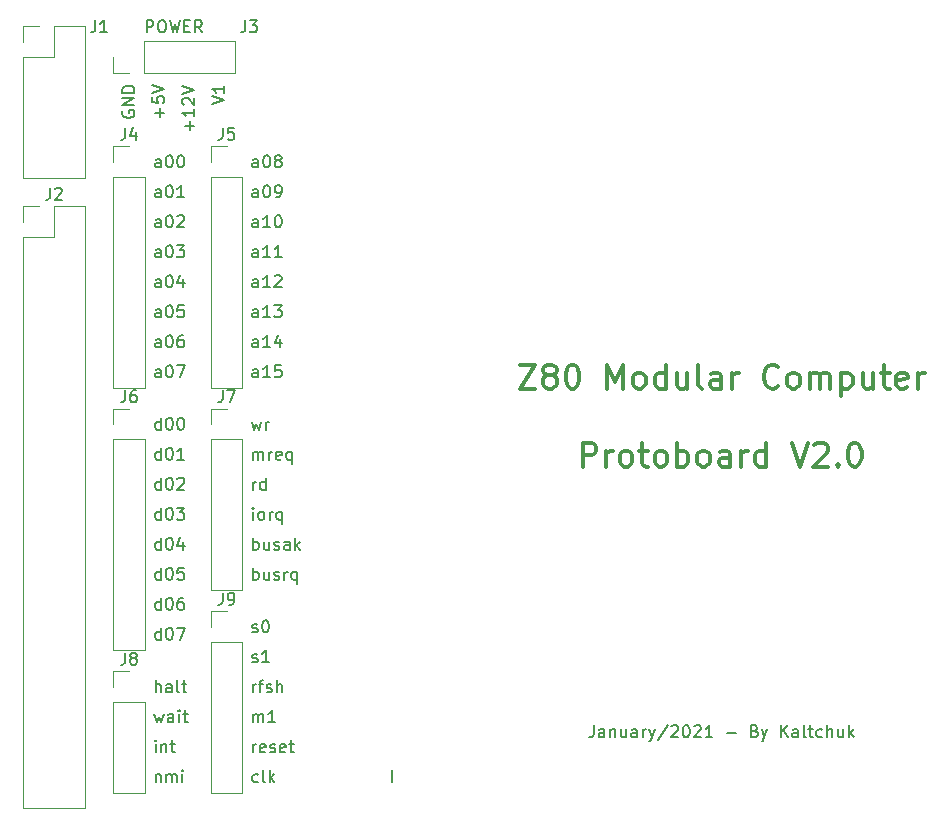
<source format=gbr>
G04 #@! TF.GenerationSoftware,KiCad,Pcbnew,(5.1.4)-1*
G04 #@! TF.CreationDate,2022-01-22T16:02:53+02:00*
G04 #@! TF.ProjectId,Protoboardv2,50726f74-6f62-46f6-9172-6476322e6b69,rev?*
G04 #@! TF.SameCoordinates,Original*
G04 #@! TF.FileFunction,Legend,Top*
G04 #@! TF.FilePolarity,Positive*
%FSLAX46Y46*%
G04 Gerber Fmt 4.6, Leading zero omitted, Abs format (unit mm)*
G04 Created by KiCad (PCBNEW (5.1.4)-1) date 2022-01-22 16:02:53*
%MOMM*%
%LPD*%
G04 APERTURE LIST*
%ADD10C,0.152400*%
%ADD11C,0.300000*%
%ADD12C,0.150000*%
%ADD13C,0.120000*%
G04 APERTURE END LIST*
D10*
X92851393Y-137571238D02*
X92754631Y-137619619D01*
X92561107Y-137619619D01*
X92464345Y-137571238D01*
X92415964Y-137522857D01*
X92367583Y-137426095D01*
X92367583Y-137135809D01*
X92415964Y-137039047D01*
X92464345Y-136990666D01*
X92561107Y-136942285D01*
X92754631Y-136942285D01*
X92851393Y-136990666D01*
X93431964Y-137619619D02*
X93335202Y-137571238D01*
X93286821Y-137474476D01*
X93286821Y-136603619D01*
X93819012Y-137619619D02*
X93819012Y-136603619D01*
X93915774Y-137232571D02*
X94206060Y-137619619D01*
X94206060Y-136942285D02*
X93819012Y-137329333D01*
X92415964Y-135079619D02*
X92415964Y-134402285D01*
X92415964Y-134595809D02*
X92464345Y-134499047D01*
X92512726Y-134450666D01*
X92609488Y-134402285D01*
X92706250Y-134402285D01*
X93431964Y-135031238D02*
X93335202Y-135079619D01*
X93141679Y-135079619D01*
X93044917Y-135031238D01*
X92996536Y-134934476D01*
X92996536Y-134547428D01*
X93044917Y-134450666D01*
X93141679Y-134402285D01*
X93335202Y-134402285D01*
X93431964Y-134450666D01*
X93480345Y-134547428D01*
X93480345Y-134644190D01*
X92996536Y-134740952D01*
X93867393Y-135031238D02*
X93964155Y-135079619D01*
X94157679Y-135079619D01*
X94254440Y-135031238D01*
X94302821Y-134934476D01*
X94302821Y-134886095D01*
X94254440Y-134789333D01*
X94157679Y-134740952D01*
X94012536Y-134740952D01*
X93915774Y-134692571D01*
X93867393Y-134595809D01*
X93867393Y-134547428D01*
X93915774Y-134450666D01*
X94012536Y-134402285D01*
X94157679Y-134402285D01*
X94254440Y-134450666D01*
X95125298Y-135031238D02*
X95028536Y-135079619D01*
X94835012Y-135079619D01*
X94738250Y-135031238D01*
X94689869Y-134934476D01*
X94689869Y-134547428D01*
X94738250Y-134450666D01*
X94835012Y-134402285D01*
X95028536Y-134402285D01*
X95125298Y-134450666D01*
X95173679Y-134547428D01*
X95173679Y-134644190D01*
X94689869Y-134740952D01*
X95463964Y-134402285D02*
X95851012Y-134402285D01*
X95609107Y-134063619D02*
X95609107Y-134934476D01*
X95657488Y-135031238D01*
X95754250Y-135079619D01*
X95851012Y-135079619D01*
X92415964Y-132539619D02*
X92415964Y-131862285D01*
X92415964Y-131959047D02*
X92464345Y-131910666D01*
X92561107Y-131862285D01*
X92706250Y-131862285D01*
X92803012Y-131910666D01*
X92851393Y-132007428D01*
X92851393Y-132539619D01*
X92851393Y-132007428D02*
X92899774Y-131910666D01*
X92996536Y-131862285D01*
X93141679Y-131862285D01*
X93238440Y-131910666D01*
X93286821Y-132007428D01*
X93286821Y-132539619D01*
X94302821Y-132539619D02*
X93722250Y-132539619D01*
X94012536Y-132539619D02*
X94012536Y-131523619D01*
X93915774Y-131668761D01*
X93819012Y-131765523D01*
X93722250Y-131813904D01*
X92415964Y-129999619D02*
X92415964Y-129322285D01*
X92415964Y-129515809D02*
X92464345Y-129419047D01*
X92512726Y-129370666D01*
X92609488Y-129322285D01*
X92706250Y-129322285D01*
X92899774Y-129322285D02*
X93286821Y-129322285D01*
X93044917Y-129999619D02*
X93044917Y-129128761D01*
X93093298Y-129032000D01*
X93190060Y-128983619D01*
X93286821Y-128983619D01*
X93577107Y-129951238D02*
X93673869Y-129999619D01*
X93867393Y-129999619D01*
X93964155Y-129951238D01*
X94012536Y-129854476D01*
X94012536Y-129806095D01*
X93964155Y-129709333D01*
X93867393Y-129660952D01*
X93722250Y-129660952D01*
X93625488Y-129612571D01*
X93577107Y-129515809D01*
X93577107Y-129467428D01*
X93625488Y-129370666D01*
X93722250Y-129322285D01*
X93867393Y-129322285D01*
X93964155Y-129370666D01*
X94447964Y-129999619D02*
X94447964Y-128983619D01*
X94883393Y-129999619D02*
X94883393Y-129467428D01*
X94835012Y-129370666D01*
X94738250Y-129322285D01*
X94593107Y-129322285D01*
X94496345Y-129370666D01*
X94447964Y-129419047D01*
X92367583Y-127411238D02*
X92464345Y-127459619D01*
X92657869Y-127459619D01*
X92754631Y-127411238D01*
X92803012Y-127314476D01*
X92803012Y-127266095D01*
X92754631Y-127169333D01*
X92657869Y-127120952D01*
X92512726Y-127120952D01*
X92415964Y-127072571D01*
X92367583Y-126975809D01*
X92367583Y-126927428D01*
X92415964Y-126830666D01*
X92512726Y-126782285D01*
X92657869Y-126782285D01*
X92754631Y-126830666D01*
X93770631Y-127459619D02*
X93190060Y-127459619D01*
X93480345Y-127459619D02*
X93480345Y-126443619D01*
X93383583Y-126588761D01*
X93286821Y-126685523D01*
X93190060Y-126733904D01*
X92367583Y-124871238D02*
X92464345Y-124919619D01*
X92657869Y-124919619D01*
X92754631Y-124871238D01*
X92803012Y-124774476D01*
X92803012Y-124726095D01*
X92754631Y-124629333D01*
X92657869Y-124580952D01*
X92512726Y-124580952D01*
X92415964Y-124532571D01*
X92367583Y-124435809D01*
X92367583Y-124387428D01*
X92415964Y-124290666D01*
X92512726Y-124242285D01*
X92657869Y-124242285D01*
X92754631Y-124290666D01*
X93431964Y-123903619D02*
X93528726Y-123903619D01*
X93625488Y-123952000D01*
X93673869Y-124000380D01*
X93722250Y-124097142D01*
X93770631Y-124290666D01*
X93770631Y-124532571D01*
X93722250Y-124726095D01*
X93673869Y-124822857D01*
X93625488Y-124871238D01*
X93528726Y-124919619D01*
X93431964Y-124919619D01*
X93335202Y-124871238D01*
X93286821Y-124822857D01*
X93238440Y-124726095D01*
X93190060Y-124532571D01*
X93190060Y-124290666D01*
X93238440Y-124097142D01*
X93286821Y-124000380D01*
X93335202Y-123952000D01*
X93431964Y-123903619D01*
X84160964Y-136942285D02*
X84160964Y-137619619D01*
X84160964Y-137039047D02*
X84209345Y-136990666D01*
X84306107Y-136942285D01*
X84451250Y-136942285D01*
X84548012Y-136990666D01*
X84596393Y-137087428D01*
X84596393Y-137619619D01*
X85080202Y-137619619D02*
X85080202Y-136942285D01*
X85080202Y-137039047D02*
X85128583Y-136990666D01*
X85225345Y-136942285D01*
X85370488Y-136942285D01*
X85467250Y-136990666D01*
X85515631Y-137087428D01*
X85515631Y-137619619D01*
X85515631Y-137087428D02*
X85564012Y-136990666D01*
X85660774Y-136942285D01*
X85805917Y-136942285D01*
X85902679Y-136990666D01*
X85951060Y-137087428D01*
X85951060Y-137619619D01*
X86434869Y-137619619D02*
X86434869Y-136942285D01*
X86434869Y-136603619D02*
X86386488Y-136652000D01*
X86434869Y-136700380D01*
X86483250Y-136652000D01*
X86434869Y-136603619D01*
X86434869Y-136700380D01*
X84160964Y-135079619D02*
X84160964Y-134402285D01*
X84160964Y-134063619D02*
X84112583Y-134112000D01*
X84160964Y-134160380D01*
X84209345Y-134112000D01*
X84160964Y-134063619D01*
X84160964Y-134160380D01*
X84644774Y-134402285D02*
X84644774Y-135079619D01*
X84644774Y-134499047D02*
X84693155Y-134450666D01*
X84789917Y-134402285D01*
X84935060Y-134402285D01*
X85031821Y-134450666D01*
X85080202Y-134547428D01*
X85080202Y-135079619D01*
X85418869Y-134402285D02*
X85805917Y-134402285D01*
X85564012Y-134063619D02*
X85564012Y-134934476D01*
X85612393Y-135031238D01*
X85709155Y-135079619D01*
X85805917Y-135079619D01*
X84064202Y-131862285D02*
X84257726Y-132539619D01*
X84451250Y-132055809D01*
X84644774Y-132539619D01*
X84838298Y-131862285D01*
X85660774Y-132539619D02*
X85660774Y-132007428D01*
X85612393Y-131910666D01*
X85515631Y-131862285D01*
X85322107Y-131862285D01*
X85225345Y-131910666D01*
X85660774Y-132491238D02*
X85564012Y-132539619D01*
X85322107Y-132539619D01*
X85225345Y-132491238D01*
X85176964Y-132394476D01*
X85176964Y-132297714D01*
X85225345Y-132200952D01*
X85322107Y-132152571D01*
X85564012Y-132152571D01*
X85660774Y-132104190D01*
X86144583Y-132539619D02*
X86144583Y-131862285D01*
X86144583Y-131523619D02*
X86096202Y-131572000D01*
X86144583Y-131620380D01*
X86192964Y-131572000D01*
X86144583Y-131523619D01*
X86144583Y-131620380D01*
X86483250Y-131862285D02*
X86870298Y-131862285D01*
X86628393Y-131523619D02*
X86628393Y-132394476D01*
X86676774Y-132491238D01*
X86773536Y-132539619D01*
X86870298Y-132539619D01*
X84160964Y-129999619D02*
X84160964Y-128983619D01*
X84596393Y-129999619D02*
X84596393Y-129467428D01*
X84548012Y-129370666D01*
X84451250Y-129322285D01*
X84306107Y-129322285D01*
X84209345Y-129370666D01*
X84160964Y-129419047D01*
X85515631Y-129999619D02*
X85515631Y-129467428D01*
X85467250Y-129370666D01*
X85370488Y-129322285D01*
X85176964Y-129322285D01*
X85080202Y-129370666D01*
X85515631Y-129951238D02*
X85418869Y-129999619D01*
X85176964Y-129999619D01*
X85080202Y-129951238D01*
X85031821Y-129854476D01*
X85031821Y-129757714D01*
X85080202Y-129660952D01*
X85176964Y-129612571D01*
X85418869Y-129612571D01*
X85515631Y-129564190D01*
X86144583Y-129999619D02*
X86047821Y-129951238D01*
X85999440Y-129854476D01*
X85999440Y-128983619D01*
X86386488Y-129322285D02*
X86773536Y-129322285D01*
X86531631Y-128983619D02*
X86531631Y-129854476D01*
X86580012Y-129951238D01*
X86676774Y-129999619D01*
X86773536Y-129999619D01*
X84596393Y-125554619D02*
X84596393Y-124538619D01*
X84596393Y-125506238D02*
X84499631Y-125554619D01*
X84306107Y-125554619D01*
X84209345Y-125506238D01*
X84160964Y-125457857D01*
X84112583Y-125361095D01*
X84112583Y-125070809D01*
X84160964Y-124974047D01*
X84209345Y-124925666D01*
X84306107Y-124877285D01*
X84499631Y-124877285D01*
X84596393Y-124925666D01*
X85273726Y-124538619D02*
X85370488Y-124538619D01*
X85467250Y-124587000D01*
X85515631Y-124635380D01*
X85564012Y-124732142D01*
X85612393Y-124925666D01*
X85612393Y-125167571D01*
X85564012Y-125361095D01*
X85515631Y-125457857D01*
X85467250Y-125506238D01*
X85370488Y-125554619D01*
X85273726Y-125554619D01*
X85176964Y-125506238D01*
X85128583Y-125457857D01*
X85080202Y-125361095D01*
X85031821Y-125167571D01*
X85031821Y-124925666D01*
X85080202Y-124732142D01*
X85128583Y-124635380D01*
X85176964Y-124587000D01*
X85273726Y-124538619D01*
X85951060Y-124538619D02*
X86628393Y-124538619D01*
X86192964Y-125554619D01*
X84596393Y-123014619D02*
X84596393Y-121998619D01*
X84596393Y-122966238D02*
X84499631Y-123014619D01*
X84306107Y-123014619D01*
X84209345Y-122966238D01*
X84160964Y-122917857D01*
X84112583Y-122821095D01*
X84112583Y-122530809D01*
X84160964Y-122434047D01*
X84209345Y-122385666D01*
X84306107Y-122337285D01*
X84499631Y-122337285D01*
X84596393Y-122385666D01*
X85273726Y-121998619D02*
X85370488Y-121998619D01*
X85467250Y-122047000D01*
X85515631Y-122095380D01*
X85564012Y-122192142D01*
X85612393Y-122385666D01*
X85612393Y-122627571D01*
X85564012Y-122821095D01*
X85515631Y-122917857D01*
X85467250Y-122966238D01*
X85370488Y-123014619D01*
X85273726Y-123014619D01*
X85176964Y-122966238D01*
X85128583Y-122917857D01*
X85080202Y-122821095D01*
X85031821Y-122627571D01*
X85031821Y-122385666D01*
X85080202Y-122192142D01*
X85128583Y-122095380D01*
X85176964Y-122047000D01*
X85273726Y-121998619D01*
X86483250Y-121998619D02*
X86289726Y-121998619D01*
X86192964Y-122047000D01*
X86144583Y-122095380D01*
X86047821Y-122240523D01*
X85999440Y-122434047D01*
X85999440Y-122821095D01*
X86047821Y-122917857D01*
X86096202Y-122966238D01*
X86192964Y-123014619D01*
X86386488Y-123014619D01*
X86483250Y-122966238D01*
X86531631Y-122917857D01*
X86580012Y-122821095D01*
X86580012Y-122579190D01*
X86531631Y-122482428D01*
X86483250Y-122434047D01*
X86386488Y-122385666D01*
X86192964Y-122385666D01*
X86096202Y-122434047D01*
X86047821Y-122482428D01*
X85999440Y-122579190D01*
X84596393Y-120474619D02*
X84596393Y-119458619D01*
X84596393Y-120426238D02*
X84499631Y-120474619D01*
X84306107Y-120474619D01*
X84209345Y-120426238D01*
X84160964Y-120377857D01*
X84112583Y-120281095D01*
X84112583Y-119990809D01*
X84160964Y-119894047D01*
X84209345Y-119845666D01*
X84306107Y-119797285D01*
X84499631Y-119797285D01*
X84596393Y-119845666D01*
X85273726Y-119458619D02*
X85370488Y-119458619D01*
X85467250Y-119507000D01*
X85515631Y-119555380D01*
X85564012Y-119652142D01*
X85612393Y-119845666D01*
X85612393Y-120087571D01*
X85564012Y-120281095D01*
X85515631Y-120377857D01*
X85467250Y-120426238D01*
X85370488Y-120474619D01*
X85273726Y-120474619D01*
X85176964Y-120426238D01*
X85128583Y-120377857D01*
X85080202Y-120281095D01*
X85031821Y-120087571D01*
X85031821Y-119845666D01*
X85080202Y-119652142D01*
X85128583Y-119555380D01*
X85176964Y-119507000D01*
X85273726Y-119458619D01*
X86531631Y-119458619D02*
X86047821Y-119458619D01*
X85999440Y-119942428D01*
X86047821Y-119894047D01*
X86144583Y-119845666D01*
X86386488Y-119845666D01*
X86483250Y-119894047D01*
X86531631Y-119942428D01*
X86580012Y-120039190D01*
X86580012Y-120281095D01*
X86531631Y-120377857D01*
X86483250Y-120426238D01*
X86386488Y-120474619D01*
X86144583Y-120474619D01*
X86047821Y-120426238D01*
X85999440Y-120377857D01*
X84596393Y-117934619D02*
X84596393Y-116918619D01*
X84596393Y-117886238D02*
X84499631Y-117934619D01*
X84306107Y-117934619D01*
X84209345Y-117886238D01*
X84160964Y-117837857D01*
X84112583Y-117741095D01*
X84112583Y-117450809D01*
X84160964Y-117354047D01*
X84209345Y-117305666D01*
X84306107Y-117257285D01*
X84499631Y-117257285D01*
X84596393Y-117305666D01*
X85273726Y-116918619D02*
X85370488Y-116918619D01*
X85467250Y-116967000D01*
X85515631Y-117015380D01*
X85564012Y-117112142D01*
X85612393Y-117305666D01*
X85612393Y-117547571D01*
X85564012Y-117741095D01*
X85515631Y-117837857D01*
X85467250Y-117886238D01*
X85370488Y-117934619D01*
X85273726Y-117934619D01*
X85176964Y-117886238D01*
X85128583Y-117837857D01*
X85080202Y-117741095D01*
X85031821Y-117547571D01*
X85031821Y-117305666D01*
X85080202Y-117112142D01*
X85128583Y-117015380D01*
X85176964Y-116967000D01*
X85273726Y-116918619D01*
X86483250Y-117257285D02*
X86483250Y-117934619D01*
X86241345Y-116870238D02*
X85999440Y-117595952D01*
X86628393Y-117595952D01*
X84596393Y-115394619D02*
X84596393Y-114378619D01*
X84596393Y-115346238D02*
X84499631Y-115394619D01*
X84306107Y-115394619D01*
X84209345Y-115346238D01*
X84160964Y-115297857D01*
X84112583Y-115201095D01*
X84112583Y-114910809D01*
X84160964Y-114814047D01*
X84209345Y-114765666D01*
X84306107Y-114717285D01*
X84499631Y-114717285D01*
X84596393Y-114765666D01*
X85273726Y-114378619D02*
X85370488Y-114378619D01*
X85467250Y-114427000D01*
X85515631Y-114475380D01*
X85564012Y-114572142D01*
X85612393Y-114765666D01*
X85612393Y-115007571D01*
X85564012Y-115201095D01*
X85515631Y-115297857D01*
X85467250Y-115346238D01*
X85370488Y-115394619D01*
X85273726Y-115394619D01*
X85176964Y-115346238D01*
X85128583Y-115297857D01*
X85080202Y-115201095D01*
X85031821Y-115007571D01*
X85031821Y-114765666D01*
X85080202Y-114572142D01*
X85128583Y-114475380D01*
X85176964Y-114427000D01*
X85273726Y-114378619D01*
X85951060Y-114378619D02*
X86580012Y-114378619D01*
X86241345Y-114765666D01*
X86386488Y-114765666D01*
X86483250Y-114814047D01*
X86531631Y-114862428D01*
X86580012Y-114959190D01*
X86580012Y-115201095D01*
X86531631Y-115297857D01*
X86483250Y-115346238D01*
X86386488Y-115394619D01*
X86096202Y-115394619D01*
X85999440Y-115346238D01*
X85951060Y-115297857D01*
X84596393Y-112854619D02*
X84596393Y-111838619D01*
X84596393Y-112806238D02*
X84499631Y-112854619D01*
X84306107Y-112854619D01*
X84209345Y-112806238D01*
X84160964Y-112757857D01*
X84112583Y-112661095D01*
X84112583Y-112370809D01*
X84160964Y-112274047D01*
X84209345Y-112225666D01*
X84306107Y-112177285D01*
X84499631Y-112177285D01*
X84596393Y-112225666D01*
X85273726Y-111838619D02*
X85370488Y-111838619D01*
X85467250Y-111887000D01*
X85515631Y-111935380D01*
X85564012Y-112032142D01*
X85612393Y-112225666D01*
X85612393Y-112467571D01*
X85564012Y-112661095D01*
X85515631Y-112757857D01*
X85467250Y-112806238D01*
X85370488Y-112854619D01*
X85273726Y-112854619D01*
X85176964Y-112806238D01*
X85128583Y-112757857D01*
X85080202Y-112661095D01*
X85031821Y-112467571D01*
X85031821Y-112225666D01*
X85080202Y-112032142D01*
X85128583Y-111935380D01*
X85176964Y-111887000D01*
X85273726Y-111838619D01*
X85999440Y-111935380D02*
X86047821Y-111887000D01*
X86144583Y-111838619D01*
X86386488Y-111838619D01*
X86483250Y-111887000D01*
X86531631Y-111935380D01*
X86580012Y-112032142D01*
X86580012Y-112128904D01*
X86531631Y-112274047D01*
X85951060Y-112854619D01*
X86580012Y-112854619D01*
X84596393Y-110314619D02*
X84596393Y-109298619D01*
X84596393Y-110266238D02*
X84499631Y-110314619D01*
X84306107Y-110314619D01*
X84209345Y-110266238D01*
X84160964Y-110217857D01*
X84112583Y-110121095D01*
X84112583Y-109830809D01*
X84160964Y-109734047D01*
X84209345Y-109685666D01*
X84306107Y-109637285D01*
X84499631Y-109637285D01*
X84596393Y-109685666D01*
X85273726Y-109298619D02*
X85370488Y-109298619D01*
X85467250Y-109347000D01*
X85515631Y-109395380D01*
X85564012Y-109492142D01*
X85612393Y-109685666D01*
X85612393Y-109927571D01*
X85564012Y-110121095D01*
X85515631Y-110217857D01*
X85467250Y-110266238D01*
X85370488Y-110314619D01*
X85273726Y-110314619D01*
X85176964Y-110266238D01*
X85128583Y-110217857D01*
X85080202Y-110121095D01*
X85031821Y-109927571D01*
X85031821Y-109685666D01*
X85080202Y-109492142D01*
X85128583Y-109395380D01*
X85176964Y-109347000D01*
X85273726Y-109298619D01*
X86580012Y-110314619D02*
X85999440Y-110314619D01*
X86289726Y-110314619D02*
X86289726Y-109298619D01*
X86192964Y-109443761D01*
X86096202Y-109540523D01*
X85999440Y-109588904D01*
X84596393Y-107774619D02*
X84596393Y-106758619D01*
X84596393Y-107726238D02*
X84499631Y-107774619D01*
X84306107Y-107774619D01*
X84209345Y-107726238D01*
X84160964Y-107677857D01*
X84112583Y-107581095D01*
X84112583Y-107290809D01*
X84160964Y-107194047D01*
X84209345Y-107145666D01*
X84306107Y-107097285D01*
X84499631Y-107097285D01*
X84596393Y-107145666D01*
X85273726Y-106758619D02*
X85370488Y-106758619D01*
X85467250Y-106807000D01*
X85515631Y-106855380D01*
X85564012Y-106952142D01*
X85612393Y-107145666D01*
X85612393Y-107387571D01*
X85564012Y-107581095D01*
X85515631Y-107677857D01*
X85467250Y-107726238D01*
X85370488Y-107774619D01*
X85273726Y-107774619D01*
X85176964Y-107726238D01*
X85128583Y-107677857D01*
X85080202Y-107581095D01*
X85031821Y-107387571D01*
X85031821Y-107145666D01*
X85080202Y-106952142D01*
X85128583Y-106855380D01*
X85176964Y-106807000D01*
X85273726Y-106758619D01*
X86241345Y-106758619D02*
X86338107Y-106758619D01*
X86434869Y-106807000D01*
X86483250Y-106855380D01*
X86531631Y-106952142D01*
X86580012Y-107145666D01*
X86580012Y-107387571D01*
X86531631Y-107581095D01*
X86483250Y-107677857D01*
X86434869Y-107726238D01*
X86338107Y-107774619D01*
X86241345Y-107774619D01*
X86144583Y-107726238D01*
X86096202Y-107677857D01*
X86047821Y-107581095D01*
X85999440Y-107387571D01*
X85999440Y-107145666D01*
X86047821Y-106952142D01*
X86096202Y-106855380D01*
X86144583Y-106807000D01*
X86241345Y-106758619D01*
X84596393Y-103329619D02*
X84596393Y-102797428D01*
X84548012Y-102700666D01*
X84451250Y-102652285D01*
X84257726Y-102652285D01*
X84160964Y-102700666D01*
X84596393Y-103281238D02*
X84499631Y-103329619D01*
X84257726Y-103329619D01*
X84160964Y-103281238D01*
X84112583Y-103184476D01*
X84112583Y-103087714D01*
X84160964Y-102990952D01*
X84257726Y-102942571D01*
X84499631Y-102942571D01*
X84596393Y-102894190D01*
X85273726Y-102313619D02*
X85370488Y-102313619D01*
X85467250Y-102362000D01*
X85515631Y-102410380D01*
X85564012Y-102507142D01*
X85612393Y-102700666D01*
X85612393Y-102942571D01*
X85564012Y-103136095D01*
X85515631Y-103232857D01*
X85467250Y-103281238D01*
X85370488Y-103329619D01*
X85273726Y-103329619D01*
X85176964Y-103281238D01*
X85128583Y-103232857D01*
X85080202Y-103136095D01*
X85031821Y-102942571D01*
X85031821Y-102700666D01*
X85080202Y-102507142D01*
X85128583Y-102410380D01*
X85176964Y-102362000D01*
X85273726Y-102313619D01*
X85951060Y-102313619D02*
X86628393Y-102313619D01*
X86192964Y-103329619D01*
X84596393Y-100789619D02*
X84596393Y-100257428D01*
X84548012Y-100160666D01*
X84451250Y-100112285D01*
X84257726Y-100112285D01*
X84160964Y-100160666D01*
X84596393Y-100741238D02*
X84499631Y-100789619D01*
X84257726Y-100789619D01*
X84160964Y-100741238D01*
X84112583Y-100644476D01*
X84112583Y-100547714D01*
X84160964Y-100450952D01*
X84257726Y-100402571D01*
X84499631Y-100402571D01*
X84596393Y-100354190D01*
X85273726Y-99773619D02*
X85370488Y-99773619D01*
X85467250Y-99822000D01*
X85515631Y-99870380D01*
X85564012Y-99967142D01*
X85612393Y-100160666D01*
X85612393Y-100402571D01*
X85564012Y-100596095D01*
X85515631Y-100692857D01*
X85467250Y-100741238D01*
X85370488Y-100789619D01*
X85273726Y-100789619D01*
X85176964Y-100741238D01*
X85128583Y-100692857D01*
X85080202Y-100596095D01*
X85031821Y-100402571D01*
X85031821Y-100160666D01*
X85080202Y-99967142D01*
X85128583Y-99870380D01*
X85176964Y-99822000D01*
X85273726Y-99773619D01*
X86483250Y-99773619D02*
X86289726Y-99773619D01*
X86192964Y-99822000D01*
X86144583Y-99870380D01*
X86047821Y-100015523D01*
X85999440Y-100209047D01*
X85999440Y-100596095D01*
X86047821Y-100692857D01*
X86096202Y-100741238D01*
X86192964Y-100789619D01*
X86386488Y-100789619D01*
X86483250Y-100741238D01*
X86531631Y-100692857D01*
X86580012Y-100596095D01*
X86580012Y-100354190D01*
X86531631Y-100257428D01*
X86483250Y-100209047D01*
X86386488Y-100160666D01*
X86192964Y-100160666D01*
X86096202Y-100209047D01*
X86047821Y-100257428D01*
X85999440Y-100354190D01*
X84596393Y-98249619D02*
X84596393Y-97717428D01*
X84548012Y-97620666D01*
X84451250Y-97572285D01*
X84257726Y-97572285D01*
X84160964Y-97620666D01*
X84596393Y-98201238D02*
X84499631Y-98249619D01*
X84257726Y-98249619D01*
X84160964Y-98201238D01*
X84112583Y-98104476D01*
X84112583Y-98007714D01*
X84160964Y-97910952D01*
X84257726Y-97862571D01*
X84499631Y-97862571D01*
X84596393Y-97814190D01*
X85273726Y-97233619D02*
X85370488Y-97233619D01*
X85467250Y-97282000D01*
X85515631Y-97330380D01*
X85564012Y-97427142D01*
X85612393Y-97620666D01*
X85612393Y-97862571D01*
X85564012Y-98056095D01*
X85515631Y-98152857D01*
X85467250Y-98201238D01*
X85370488Y-98249619D01*
X85273726Y-98249619D01*
X85176964Y-98201238D01*
X85128583Y-98152857D01*
X85080202Y-98056095D01*
X85031821Y-97862571D01*
X85031821Y-97620666D01*
X85080202Y-97427142D01*
X85128583Y-97330380D01*
X85176964Y-97282000D01*
X85273726Y-97233619D01*
X86531631Y-97233619D02*
X86047821Y-97233619D01*
X85999440Y-97717428D01*
X86047821Y-97669047D01*
X86144583Y-97620666D01*
X86386488Y-97620666D01*
X86483250Y-97669047D01*
X86531631Y-97717428D01*
X86580012Y-97814190D01*
X86580012Y-98056095D01*
X86531631Y-98152857D01*
X86483250Y-98201238D01*
X86386488Y-98249619D01*
X86144583Y-98249619D01*
X86047821Y-98201238D01*
X85999440Y-98152857D01*
X84596393Y-95709619D02*
X84596393Y-95177428D01*
X84548012Y-95080666D01*
X84451250Y-95032285D01*
X84257726Y-95032285D01*
X84160964Y-95080666D01*
X84596393Y-95661238D02*
X84499631Y-95709619D01*
X84257726Y-95709619D01*
X84160964Y-95661238D01*
X84112583Y-95564476D01*
X84112583Y-95467714D01*
X84160964Y-95370952D01*
X84257726Y-95322571D01*
X84499631Y-95322571D01*
X84596393Y-95274190D01*
X85273726Y-94693619D02*
X85370488Y-94693619D01*
X85467250Y-94742000D01*
X85515631Y-94790380D01*
X85564012Y-94887142D01*
X85612393Y-95080666D01*
X85612393Y-95322571D01*
X85564012Y-95516095D01*
X85515631Y-95612857D01*
X85467250Y-95661238D01*
X85370488Y-95709619D01*
X85273726Y-95709619D01*
X85176964Y-95661238D01*
X85128583Y-95612857D01*
X85080202Y-95516095D01*
X85031821Y-95322571D01*
X85031821Y-95080666D01*
X85080202Y-94887142D01*
X85128583Y-94790380D01*
X85176964Y-94742000D01*
X85273726Y-94693619D01*
X86483250Y-95032285D02*
X86483250Y-95709619D01*
X86241345Y-94645238D02*
X85999440Y-95370952D01*
X86628393Y-95370952D01*
X84596393Y-93169619D02*
X84596393Y-92637428D01*
X84548012Y-92540666D01*
X84451250Y-92492285D01*
X84257726Y-92492285D01*
X84160964Y-92540666D01*
X84596393Y-93121238D02*
X84499631Y-93169619D01*
X84257726Y-93169619D01*
X84160964Y-93121238D01*
X84112583Y-93024476D01*
X84112583Y-92927714D01*
X84160964Y-92830952D01*
X84257726Y-92782571D01*
X84499631Y-92782571D01*
X84596393Y-92734190D01*
X85273726Y-92153619D02*
X85370488Y-92153619D01*
X85467250Y-92202000D01*
X85515631Y-92250380D01*
X85564012Y-92347142D01*
X85612393Y-92540666D01*
X85612393Y-92782571D01*
X85564012Y-92976095D01*
X85515631Y-93072857D01*
X85467250Y-93121238D01*
X85370488Y-93169619D01*
X85273726Y-93169619D01*
X85176964Y-93121238D01*
X85128583Y-93072857D01*
X85080202Y-92976095D01*
X85031821Y-92782571D01*
X85031821Y-92540666D01*
X85080202Y-92347142D01*
X85128583Y-92250380D01*
X85176964Y-92202000D01*
X85273726Y-92153619D01*
X85951060Y-92153619D02*
X86580012Y-92153619D01*
X86241345Y-92540666D01*
X86386488Y-92540666D01*
X86483250Y-92589047D01*
X86531631Y-92637428D01*
X86580012Y-92734190D01*
X86580012Y-92976095D01*
X86531631Y-93072857D01*
X86483250Y-93121238D01*
X86386488Y-93169619D01*
X86096202Y-93169619D01*
X85999440Y-93121238D01*
X85951060Y-93072857D01*
X84596393Y-90629619D02*
X84596393Y-90097428D01*
X84548012Y-90000666D01*
X84451250Y-89952285D01*
X84257726Y-89952285D01*
X84160964Y-90000666D01*
X84596393Y-90581238D02*
X84499631Y-90629619D01*
X84257726Y-90629619D01*
X84160964Y-90581238D01*
X84112583Y-90484476D01*
X84112583Y-90387714D01*
X84160964Y-90290952D01*
X84257726Y-90242571D01*
X84499631Y-90242571D01*
X84596393Y-90194190D01*
X85273726Y-89613619D02*
X85370488Y-89613619D01*
X85467250Y-89662000D01*
X85515631Y-89710380D01*
X85564012Y-89807142D01*
X85612393Y-90000666D01*
X85612393Y-90242571D01*
X85564012Y-90436095D01*
X85515631Y-90532857D01*
X85467250Y-90581238D01*
X85370488Y-90629619D01*
X85273726Y-90629619D01*
X85176964Y-90581238D01*
X85128583Y-90532857D01*
X85080202Y-90436095D01*
X85031821Y-90242571D01*
X85031821Y-90000666D01*
X85080202Y-89807142D01*
X85128583Y-89710380D01*
X85176964Y-89662000D01*
X85273726Y-89613619D01*
X85999440Y-89710380D02*
X86047821Y-89662000D01*
X86144583Y-89613619D01*
X86386488Y-89613619D01*
X86483250Y-89662000D01*
X86531631Y-89710380D01*
X86580012Y-89807142D01*
X86580012Y-89903904D01*
X86531631Y-90049047D01*
X85951060Y-90629619D01*
X86580012Y-90629619D01*
X84596393Y-88089619D02*
X84596393Y-87557428D01*
X84548012Y-87460666D01*
X84451250Y-87412285D01*
X84257726Y-87412285D01*
X84160964Y-87460666D01*
X84596393Y-88041238D02*
X84499631Y-88089619D01*
X84257726Y-88089619D01*
X84160964Y-88041238D01*
X84112583Y-87944476D01*
X84112583Y-87847714D01*
X84160964Y-87750952D01*
X84257726Y-87702571D01*
X84499631Y-87702571D01*
X84596393Y-87654190D01*
X85273726Y-87073619D02*
X85370488Y-87073619D01*
X85467250Y-87122000D01*
X85515631Y-87170380D01*
X85564012Y-87267142D01*
X85612393Y-87460666D01*
X85612393Y-87702571D01*
X85564012Y-87896095D01*
X85515631Y-87992857D01*
X85467250Y-88041238D01*
X85370488Y-88089619D01*
X85273726Y-88089619D01*
X85176964Y-88041238D01*
X85128583Y-87992857D01*
X85080202Y-87896095D01*
X85031821Y-87702571D01*
X85031821Y-87460666D01*
X85080202Y-87267142D01*
X85128583Y-87170380D01*
X85176964Y-87122000D01*
X85273726Y-87073619D01*
X86580012Y-88089619D02*
X85999440Y-88089619D01*
X86289726Y-88089619D02*
X86289726Y-87073619D01*
X86192964Y-87218761D01*
X86096202Y-87315523D01*
X85999440Y-87363904D01*
X84596393Y-85549619D02*
X84596393Y-85017428D01*
X84548012Y-84920666D01*
X84451250Y-84872285D01*
X84257726Y-84872285D01*
X84160964Y-84920666D01*
X84596393Y-85501238D02*
X84499631Y-85549619D01*
X84257726Y-85549619D01*
X84160964Y-85501238D01*
X84112583Y-85404476D01*
X84112583Y-85307714D01*
X84160964Y-85210952D01*
X84257726Y-85162571D01*
X84499631Y-85162571D01*
X84596393Y-85114190D01*
X85273726Y-84533619D02*
X85370488Y-84533619D01*
X85467250Y-84582000D01*
X85515631Y-84630380D01*
X85564012Y-84727142D01*
X85612393Y-84920666D01*
X85612393Y-85162571D01*
X85564012Y-85356095D01*
X85515631Y-85452857D01*
X85467250Y-85501238D01*
X85370488Y-85549619D01*
X85273726Y-85549619D01*
X85176964Y-85501238D01*
X85128583Y-85452857D01*
X85080202Y-85356095D01*
X85031821Y-85162571D01*
X85031821Y-84920666D01*
X85080202Y-84727142D01*
X85128583Y-84630380D01*
X85176964Y-84582000D01*
X85273726Y-84533619D01*
X86241345Y-84533619D02*
X86338107Y-84533619D01*
X86434869Y-84582000D01*
X86483250Y-84630380D01*
X86531631Y-84727142D01*
X86580012Y-84920666D01*
X86580012Y-85162571D01*
X86531631Y-85356095D01*
X86483250Y-85452857D01*
X86434869Y-85501238D01*
X86338107Y-85549619D01*
X86241345Y-85549619D01*
X86144583Y-85501238D01*
X86096202Y-85452857D01*
X86047821Y-85356095D01*
X85999440Y-85162571D01*
X85999440Y-84920666D01*
X86047821Y-84727142D01*
X86096202Y-84630380D01*
X86144583Y-84582000D01*
X86241345Y-84533619D01*
X92851393Y-85549619D02*
X92851393Y-85017428D01*
X92803012Y-84920666D01*
X92706250Y-84872285D01*
X92512726Y-84872285D01*
X92415964Y-84920666D01*
X92851393Y-85501238D02*
X92754631Y-85549619D01*
X92512726Y-85549619D01*
X92415964Y-85501238D01*
X92367583Y-85404476D01*
X92367583Y-85307714D01*
X92415964Y-85210952D01*
X92512726Y-85162571D01*
X92754631Y-85162571D01*
X92851393Y-85114190D01*
X93528726Y-84533619D02*
X93625488Y-84533619D01*
X93722250Y-84582000D01*
X93770631Y-84630380D01*
X93819012Y-84727142D01*
X93867393Y-84920666D01*
X93867393Y-85162571D01*
X93819012Y-85356095D01*
X93770631Y-85452857D01*
X93722250Y-85501238D01*
X93625488Y-85549619D01*
X93528726Y-85549619D01*
X93431964Y-85501238D01*
X93383583Y-85452857D01*
X93335202Y-85356095D01*
X93286821Y-85162571D01*
X93286821Y-84920666D01*
X93335202Y-84727142D01*
X93383583Y-84630380D01*
X93431964Y-84582000D01*
X93528726Y-84533619D01*
X94447964Y-84969047D02*
X94351202Y-84920666D01*
X94302821Y-84872285D01*
X94254440Y-84775523D01*
X94254440Y-84727142D01*
X94302821Y-84630380D01*
X94351202Y-84582000D01*
X94447964Y-84533619D01*
X94641488Y-84533619D01*
X94738250Y-84582000D01*
X94786631Y-84630380D01*
X94835012Y-84727142D01*
X94835012Y-84775523D01*
X94786631Y-84872285D01*
X94738250Y-84920666D01*
X94641488Y-84969047D01*
X94447964Y-84969047D01*
X94351202Y-85017428D01*
X94302821Y-85065809D01*
X94254440Y-85162571D01*
X94254440Y-85356095D01*
X94302821Y-85452857D01*
X94351202Y-85501238D01*
X94447964Y-85549619D01*
X94641488Y-85549619D01*
X94738250Y-85501238D01*
X94786631Y-85452857D01*
X94835012Y-85356095D01*
X94835012Y-85162571D01*
X94786631Y-85065809D01*
X94738250Y-85017428D01*
X94641488Y-84969047D01*
X92851393Y-88089619D02*
X92851393Y-87557428D01*
X92803012Y-87460666D01*
X92706250Y-87412285D01*
X92512726Y-87412285D01*
X92415964Y-87460666D01*
X92851393Y-88041238D02*
X92754631Y-88089619D01*
X92512726Y-88089619D01*
X92415964Y-88041238D01*
X92367583Y-87944476D01*
X92367583Y-87847714D01*
X92415964Y-87750952D01*
X92512726Y-87702571D01*
X92754631Y-87702571D01*
X92851393Y-87654190D01*
X93528726Y-87073619D02*
X93625488Y-87073619D01*
X93722250Y-87122000D01*
X93770631Y-87170380D01*
X93819012Y-87267142D01*
X93867393Y-87460666D01*
X93867393Y-87702571D01*
X93819012Y-87896095D01*
X93770631Y-87992857D01*
X93722250Y-88041238D01*
X93625488Y-88089619D01*
X93528726Y-88089619D01*
X93431964Y-88041238D01*
X93383583Y-87992857D01*
X93335202Y-87896095D01*
X93286821Y-87702571D01*
X93286821Y-87460666D01*
X93335202Y-87267142D01*
X93383583Y-87170380D01*
X93431964Y-87122000D01*
X93528726Y-87073619D01*
X94351202Y-88089619D02*
X94544726Y-88089619D01*
X94641488Y-88041238D01*
X94689869Y-87992857D01*
X94786631Y-87847714D01*
X94835012Y-87654190D01*
X94835012Y-87267142D01*
X94786631Y-87170380D01*
X94738250Y-87122000D01*
X94641488Y-87073619D01*
X94447964Y-87073619D01*
X94351202Y-87122000D01*
X94302821Y-87170380D01*
X94254440Y-87267142D01*
X94254440Y-87509047D01*
X94302821Y-87605809D01*
X94351202Y-87654190D01*
X94447964Y-87702571D01*
X94641488Y-87702571D01*
X94738250Y-87654190D01*
X94786631Y-87605809D01*
X94835012Y-87509047D01*
X92851393Y-90629619D02*
X92851393Y-90097428D01*
X92803012Y-90000666D01*
X92706250Y-89952285D01*
X92512726Y-89952285D01*
X92415964Y-90000666D01*
X92851393Y-90581238D02*
X92754631Y-90629619D01*
X92512726Y-90629619D01*
X92415964Y-90581238D01*
X92367583Y-90484476D01*
X92367583Y-90387714D01*
X92415964Y-90290952D01*
X92512726Y-90242571D01*
X92754631Y-90242571D01*
X92851393Y-90194190D01*
X93867393Y-90629619D02*
X93286821Y-90629619D01*
X93577107Y-90629619D02*
X93577107Y-89613619D01*
X93480345Y-89758761D01*
X93383583Y-89855523D01*
X93286821Y-89903904D01*
X94496345Y-89613619D02*
X94593107Y-89613619D01*
X94689869Y-89662000D01*
X94738250Y-89710380D01*
X94786631Y-89807142D01*
X94835012Y-90000666D01*
X94835012Y-90242571D01*
X94786631Y-90436095D01*
X94738250Y-90532857D01*
X94689869Y-90581238D01*
X94593107Y-90629619D01*
X94496345Y-90629619D01*
X94399583Y-90581238D01*
X94351202Y-90532857D01*
X94302821Y-90436095D01*
X94254440Y-90242571D01*
X94254440Y-90000666D01*
X94302821Y-89807142D01*
X94351202Y-89710380D01*
X94399583Y-89662000D01*
X94496345Y-89613619D01*
X92851393Y-93169619D02*
X92851393Y-92637428D01*
X92803012Y-92540666D01*
X92706250Y-92492285D01*
X92512726Y-92492285D01*
X92415964Y-92540666D01*
X92851393Y-93121238D02*
X92754631Y-93169619D01*
X92512726Y-93169619D01*
X92415964Y-93121238D01*
X92367583Y-93024476D01*
X92367583Y-92927714D01*
X92415964Y-92830952D01*
X92512726Y-92782571D01*
X92754631Y-92782571D01*
X92851393Y-92734190D01*
X93867393Y-93169619D02*
X93286821Y-93169619D01*
X93577107Y-93169619D02*
X93577107Y-92153619D01*
X93480345Y-92298761D01*
X93383583Y-92395523D01*
X93286821Y-92443904D01*
X94835012Y-93169619D02*
X94254440Y-93169619D01*
X94544726Y-93169619D02*
X94544726Y-92153619D01*
X94447964Y-92298761D01*
X94351202Y-92395523D01*
X94254440Y-92443904D01*
X92851393Y-95709619D02*
X92851393Y-95177428D01*
X92803012Y-95080666D01*
X92706250Y-95032285D01*
X92512726Y-95032285D01*
X92415964Y-95080666D01*
X92851393Y-95661238D02*
X92754631Y-95709619D01*
X92512726Y-95709619D01*
X92415964Y-95661238D01*
X92367583Y-95564476D01*
X92367583Y-95467714D01*
X92415964Y-95370952D01*
X92512726Y-95322571D01*
X92754631Y-95322571D01*
X92851393Y-95274190D01*
X93867393Y-95709619D02*
X93286821Y-95709619D01*
X93577107Y-95709619D02*
X93577107Y-94693619D01*
X93480345Y-94838761D01*
X93383583Y-94935523D01*
X93286821Y-94983904D01*
X94254440Y-94790380D02*
X94302821Y-94742000D01*
X94399583Y-94693619D01*
X94641488Y-94693619D01*
X94738250Y-94742000D01*
X94786631Y-94790380D01*
X94835012Y-94887142D01*
X94835012Y-94983904D01*
X94786631Y-95129047D01*
X94206060Y-95709619D01*
X94835012Y-95709619D01*
X92851393Y-98249619D02*
X92851393Y-97717428D01*
X92803012Y-97620666D01*
X92706250Y-97572285D01*
X92512726Y-97572285D01*
X92415964Y-97620666D01*
X92851393Y-98201238D02*
X92754631Y-98249619D01*
X92512726Y-98249619D01*
X92415964Y-98201238D01*
X92367583Y-98104476D01*
X92367583Y-98007714D01*
X92415964Y-97910952D01*
X92512726Y-97862571D01*
X92754631Y-97862571D01*
X92851393Y-97814190D01*
X93867393Y-98249619D02*
X93286821Y-98249619D01*
X93577107Y-98249619D02*
X93577107Y-97233619D01*
X93480345Y-97378761D01*
X93383583Y-97475523D01*
X93286821Y-97523904D01*
X94206060Y-97233619D02*
X94835012Y-97233619D01*
X94496345Y-97620666D01*
X94641488Y-97620666D01*
X94738250Y-97669047D01*
X94786631Y-97717428D01*
X94835012Y-97814190D01*
X94835012Y-98056095D01*
X94786631Y-98152857D01*
X94738250Y-98201238D01*
X94641488Y-98249619D01*
X94351202Y-98249619D01*
X94254440Y-98201238D01*
X94206060Y-98152857D01*
X92851393Y-100789619D02*
X92851393Y-100257428D01*
X92803012Y-100160666D01*
X92706250Y-100112285D01*
X92512726Y-100112285D01*
X92415964Y-100160666D01*
X92851393Y-100741238D02*
X92754631Y-100789619D01*
X92512726Y-100789619D01*
X92415964Y-100741238D01*
X92367583Y-100644476D01*
X92367583Y-100547714D01*
X92415964Y-100450952D01*
X92512726Y-100402571D01*
X92754631Y-100402571D01*
X92851393Y-100354190D01*
X93867393Y-100789619D02*
X93286821Y-100789619D01*
X93577107Y-100789619D02*
X93577107Y-99773619D01*
X93480345Y-99918761D01*
X93383583Y-100015523D01*
X93286821Y-100063904D01*
X94738250Y-100112285D02*
X94738250Y-100789619D01*
X94496345Y-99725238D02*
X94254440Y-100450952D01*
X94883393Y-100450952D01*
X92851393Y-103329619D02*
X92851393Y-102797428D01*
X92803012Y-102700666D01*
X92706250Y-102652285D01*
X92512726Y-102652285D01*
X92415964Y-102700666D01*
X92851393Y-103281238D02*
X92754631Y-103329619D01*
X92512726Y-103329619D01*
X92415964Y-103281238D01*
X92367583Y-103184476D01*
X92367583Y-103087714D01*
X92415964Y-102990952D01*
X92512726Y-102942571D01*
X92754631Y-102942571D01*
X92851393Y-102894190D01*
X93867393Y-103329619D02*
X93286821Y-103329619D01*
X93577107Y-103329619D02*
X93577107Y-102313619D01*
X93480345Y-102458761D01*
X93383583Y-102555523D01*
X93286821Y-102603904D01*
X94786631Y-102313619D02*
X94302821Y-102313619D01*
X94254440Y-102797428D01*
X94302821Y-102749047D01*
X94399583Y-102700666D01*
X94641488Y-102700666D01*
X94738250Y-102749047D01*
X94786631Y-102797428D01*
X94835012Y-102894190D01*
X94835012Y-103136095D01*
X94786631Y-103232857D01*
X94738250Y-103281238D01*
X94641488Y-103329619D01*
X94399583Y-103329619D01*
X94302821Y-103281238D01*
X94254440Y-103232857D01*
X92319202Y-107097285D02*
X92512726Y-107774619D01*
X92706250Y-107290809D01*
X92899774Y-107774619D01*
X93093298Y-107097285D01*
X93480345Y-107774619D02*
X93480345Y-107097285D01*
X93480345Y-107290809D02*
X93528726Y-107194047D01*
X93577107Y-107145666D01*
X93673869Y-107097285D01*
X93770631Y-107097285D01*
X92415964Y-110314619D02*
X92415964Y-109637285D01*
X92415964Y-109734047D02*
X92464345Y-109685666D01*
X92561107Y-109637285D01*
X92706250Y-109637285D01*
X92803012Y-109685666D01*
X92851393Y-109782428D01*
X92851393Y-110314619D01*
X92851393Y-109782428D02*
X92899774Y-109685666D01*
X92996536Y-109637285D01*
X93141679Y-109637285D01*
X93238440Y-109685666D01*
X93286821Y-109782428D01*
X93286821Y-110314619D01*
X93770631Y-110314619D02*
X93770631Y-109637285D01*
X93770631Y-109830809D02*
X93819012Y-109734047D01*
X93867393Y-109685666D01*
X93964155Y-109637285D01*
X94060917Y-109637285D01*
X94786631Y-110266238D02*
X94689869Y-110314619D01*
X94496345Y-110314619D01*
X94399583Y-110266238D01*
X94351202Y-110169476D01*
X94351202Y-109782428D01*
X94399583Y-109685666D01*
X94496345Y-109637285D01*
X94689869Y-109637285D01*
X94786631Y-109685666D01*
X94835012Y-109782428D01*
X94835012Y-109879190D01*
X94351202Y-109975952D01*
X95705869Y-109637285D02*
X95705869Y-110653285D01*
X95705869Y-110266238D02*
X95609107Y-110314619D01*
X95415583Y-110314619D01*
X95318821Y-110266238D01*
X95270440Y-110217857D01*
X95222060Y-110121095D01*
X95222060Y-109830809D01*
X95270440Y-109734047D01*
X95318821Y-109685666D01*
X95415583Y-109637285D01*
X95609107Y-109637285D01*
X95705869Y-109685666D01*
X92415964Y-112854619D02*
X92415964Y-112177285D01*
X92415964Y-112370809D02*
X92464345Y-112274047D01*
X92512726Y-112225666D01*
X92609488Y-112177285D01*
X92706250Y-112177285D01*
X93480345Y-112854619D02*
X93480345Y-111838619D01*
X93480345Y-112806238D02*
X93383583Y-112854619D01*
X93190060Y-112854619D01*
X93093298Y-112806238D01*
X93044917Y-112757857D01*
X92996536Y-112661095D01*
X92996536Y-112370809D01*
X93044917Y-112274047D01*
X93093298Y-112225666D01*
X93190060Y-112177285D01*
X93383583Y-112177285D01*
X93480345Y-112225666D01*
X92415964Y-120474619D02*
X92415964Y-119458619D01*
X92415964Y-119845666D02*
X92512726Y-119797285D01*
X92706250Y-119797285D01*
X92803012Y-119845666D01*
X92851393Y-119894047D01*
X92899774Y-119990809D01*
X92899774Y-120281095D01*
X92851393Y-120377857D01*
X92803012Y-120426238D01*
X92706250Y-120474619D01*
X92512726Y-120474619D01*
X92415964Y-120426238D01*
X93770631Y-119797285D02*
X93770631Y-120474619D01*
X93335202Y-119797285D02*
X93335202Y-120329476D01*
X93383583Y-120426238D01*
X93480345Y-120474619D01*
X93625488Y-120474619D01*
X93722250Y-120426238D01*
X93770631Y-120377857D01*
X94206060Y-120426238D02*
X94302821Y-120474619D01*
X94496345Y-120474619D01*
X94593107Y-120426238D01*
X94641488Y-120329476D01*
X94641488Y-120281095D01*
X94593107Y-120184333D01*
X94496345Y-120135952D01*
X94351202Y-120135952D01*
X94254440Y-120087571D01*
X94206060Y-119990809D01*
X94206060Y-119942428D01*
X94254440Y-119845666D01*
X94351202Y-119797285D01*
X94496345Y-119797285D01*
X94593107Y-119845666D01*
X95076917Y-120474619D02*
X95076917Y-119797285D01*
X95076917Y-119990809D02*
X95125298Y-119894047D01*
X95173679Y-119845666D01*
X95270440Y-119797285D01*
X95367202Y-119797285D01*
X96141298Y-119797285D02*
X96141298Y-120813285D01*
X96141298Y-120426238D02*
X96044536Y-120474619D01*
X95851012Y-120474619D01*
X95754250Y-120426238D01*
X95705869Y-120377857D01*
X95657488Y-120281095D01*
X95657488Y-119990809D01*
X95705869Y-119894047D01*
X95754250Y-119845666D01*
X95851012Y-119797285D01*
X96044536Y-119797285D01*
X96141298Y-119845666D01*
X92415964Y-117934619D02*
X92415964Y-116918619D01*
X92415964Y-117305666D02*
X92512726Y-117257285D01*
X92706250Y-117257285D01*
X92803012Y-117305666D01*
X92851393Y-117354047D01*
X92899774Y-117450809D01*
X92899774Y-117741095D01*
X92851393Y-117837857D01*
X92803012Y-117886238D01*
X92706250Y-117934619D01*
X92512726Y-117934619D01*
X92415964Y-117886238D01*
X93770631Y-117257285D02*
X93770631Y-117934619D01*
X93335202Y-117257285D02*
X93335202Y-117789476D01*
X93383583Y-117886238D01*
X93480345Y-117934619D01*
X93625488Y-117934619D01*
X93722250Y-117886238D01*
X93770631Y-117837857D01*
X94206060Y-117886238D02*
X94302821Y-117934619D01*
X94496345Y-117934619D01*
X94593107Y-117886238D01*
X94641488Y-117789476D01*
X94641488Y-117741095D01*
X94593107Y-117644333D01*
X94496345Y-117595952D01*
X94351202Y-117595952D01*
X94254440Y-117547571D01*
X94206060Y-117450809D01*
X94206060Y-117402428D01*
X94254440Y-117305666D01*
X94351202Y-117257285D01*
X94496345Y-117257285D01*
X94593107Y-117305666D01*
X95512345Y-117934619D02*
X95512345Y-117402428D01*
X95463964Y-117305666D01*
X95367202Y-117257285D01*
X95173679Y-117257285D01*
X95076917Y-117305666D01*
X95512345Y-117886238D02*
X95415583Y-117934619D01*
X95173679Y-117934619D01*
X95076917Y-117886238D01*
X95028536Y-117789476D01*
X95028536Y-117692714D01*
X95076917Y-117595952D01*
X95173679Y-117547571D01*
X95415583Y-117547571D01*
X95512345Y-117499190D01*
X95996155Y-117934619D02*
X95996155Y-116918619D01*
X96092917Y-117547571D02*
X96383202Y-117934619D01*
X96383202Y-117257285D02*
X95996155Y-117644333D01*
X92415964Y-115394619D02*
X92415964Y-114717285D01*
X92415964Y-114378619D02*
X92367583Y-114427000D01*
X92415964Y-114475380D01*
X92464345Y-114427000D01*
X92415964Y-114378619D01*
X92415964Y-114475380D01*
X93044917Y-115394619D02*
X92948155Y-115346238D01*
X92899774Y-115297857D01*
X92851393Y-115201095D01*
X92851393Y-114910809D01*
X92899774Y-114814047D01*
X92948155Y-114765666D01*
X93044917Y-114717285D01*
X93190060Y-114717285D01*
X93286821Y-114765666D01*
X93335202Y-114814047D01*
X93383583Y-114910809D01*
X93383583Y-115201095D01*
X93335202Y-115297857D01*
X93286821Y-115346238D01*
X93190060Y-115394619D01*
X93044917Y-115394619D01*
X93819012Y-115394619D02*
X93819012Y-114717285D01*
X93819012Y-114910809D02*
X93867393Y-114814047D01*
X93915774Y-114765666D01*
X94012536Y-114717285D01*
X94109298Y-114717285D01*
X94883393Y-114717285D02*
X94883393Y-115733285D01*
X94883393Y-115346238D02*
X94786631Y-115394619D01*
X94593107Y-115394619D01*
X94496345Y-115346238D01*
X94447964Y-115297857D01*
X94399583Y-115201095D01*
X94399583Y-114910809D01*
X94447964Y-114814047D01*
X94496345Y-114765666D01*
X94593107Y-114717285D01*
X94786631Y-114717285D01*
X94883393Y-114765666D01*
X88978619Y-80197476D02*
X89994619Y-79858809D01*
X88978619Y-79520142D01*
X89994619Y-78649285D02*
X89994619Y-79229857D01*
X89994619Y-78939571D02*
X88978619Y-78939571D01*
X89123761Y-79036333D01*
X89220523Y-79133095D01*
X89268904Y-79229857D01*
X87067571Y-82435095D02*
X87067571Y-81661000D01*
X87454619Y-82048047D02*
X86680523Y-82048047D01*
X87454619Y-80645000D02*
X87454619Y-81225571D01*
X87454619Y-80935285D02*
X86438619Y-80935285D01*
X86583761Y-81032047D01*
X86680523Y-81128809D01*
X86728904Y-81225571D01*
X86535380Y-80257952D02*
X86487000Y-80209571D01*
X86438619Y-80112809D01*
X86438619Y-79870904D01*
X86487000Y-79774142D01*
X86535380Y-79725761D01*
X86632142Y-79677380D01*
X86728904Y-79677380D01*
X86874047Y-79725761D01*
X87454619Y-80306333D01*
X87454619Y-79677380D01*
X86438619Y-79387095D02*
X87454619Y-79048428D01*
X86438619Y-78709761D01*
X84527571Y-81316285D02*
X84527571Y-80542190D01*
X84914619Y-80929238D02*
X84140523Y-80929238D01*
X83898619Y-79574571D02*
X83898619Y-80058380D01*
X84382428Y-80106761D01*
X84334047Y-80058380D01*
X84285666Y-79961619D01*
X84285666Y-79719714D01*
X84334047Y-79622952D01*
X84382428Y-79574571D01*
X84479190Y-79526190D01*
X84721095Y-79526190D01*
X84817857Y-79574571D01*
X84866238Y-79622952D01*
X84914619Y-79719714D01*
X84914619Y-79961619D01*
X84866238Y-80058380D01*
X84817857Y-80106761D01*
X83898619Y-79235904D02*
X84914619Y-78897238D01*
X83898619Y-78558571D01*
X81407000Y-80784095D02*
X81358619Y-80880857D01*
X81358619Y-81026000D01*
X81407000Y-81171142D01*
X81503761Y-81267904D01*
X81600523Y-81316285D01*
X81794047Y-81364666D01*
X81939190Y-81364666D01*
X82132714Y-81316285D01*
X82229476Y-81267904D01*
X82326238Y-81171142D01*
X82374619Y-81026000D01*
X82374619Y-80929238D01*
X82326238Y-80784095D01*
X82277857Y-80735714D01*
X81939190Y-80735714D01*
X81939190Y-80929238D01*
X82374619Y-80300285D02*
X81358619Y-80300285D01*
X82374619Y-79719714D01*
X81358619Y-79719714D01*
X82374619Y-79235904D02*
X81358619Y-79235904D01*
X81358619Y-78994000D01*
X81407000Y-78848857D01*
X81503761Y-78752095D01*
X81600523Y-78703714D01*
X81794047Y-78655333D01*
X81939190Y-78655333D01*
X82132714Y-78703714D01*
X82229476Y-78752095D01*
X82326238Y-78848857D01*
X82374619Y-78994000D01*
X82374619Y-79235904D01*
D11*
X114984761Y-102284761D02*
X116318095Y-102284761D01*
X114984761Y-104284761D01*
X116318095Y-104284761D01*
X117365714Y-103141904D02*
X117175238Y-103046666D01*
X117080000Y-102951428D01*
X116984761Y-102760952D01*
X116984761Y-102665714D01*
X117080000Y-102475238D01*
X117175238Y-102380000D01*
X117365714Y-102284761D01*
X117746666Y-102284761D01*
X117937142Y-102380000D01*
X118032380Y-102475238D01*
X118127619Y-102665714D01*
X118127619Y-102760952D01*
X118032380Y-102951428D01*
X117937142Y-103046666D01*
X117746666Y-103141904D01*
X117365714Y-103141904D01*
X117175238Y-103237142D01*
X117080000Y-103332380D01*
X116984761Y-103522857D01*
X116984761Y-103903809D01*
X117080000Y-104094285D01*
X117175238Y-104189523D01*
X117365714Y-104284761D01*
X117746666Y-104284761D01*
X117937142Y-104189523D01*
X118032380Y-104094285D01*
X118127619Y-103903809D01*
X118127619Y-103522857D01*
X118032380Y-103332380D01*
X117937142Y-103237142D01*
X117746666Y-103141904D01*
X119365714Y-102284761D02*
X119556190Y-102284761D01*
X119746666Y-102380000D01*
X119841904Y-102475238D01*
X119937142Y-102665714D01*
X120032380Y-103046666D01*
X120032380Y-103522857D01*
X119937142Y-103903809D01*
X119841904Y-104094285D01*
X119746666Y-104189523D01*
X119556190Y-104284761D01*
X119365714Y-104284761D01*
X119175238Y-104189523D01*
X119080000Y-104094285D01*
X118984761Y-103903809D01*
X118889523Y-103522857D01*
X118889523Y-103046666D01*
X118984761Y-102665714D01*
X119080000Y-102475238D01*
X119175238Y-102380000D01*
X119365714Y-102284761D01*
X122413333Y-104284761D02*
X122413333Y-102284761D01*
X123079999Y-103713333D01*
X123746666Y-102284761D01*
X123746666Y-104284761D01*
X124984761Y-104284761D02*
X124794285Y-104189523D01*
X124699047Y-104094285D01*
X124603809Y-103903809D01*
X124603809Y-103332380D01*
X124699047Y-103141904D01*
X124794285Y-103046666D01*
X124984761Y-102951428D01*
X125270476Y-102951428D01*
X125460952Y-103046666D01*
X125556190Y-103141904D01*
X125651428Y-103332380D01*
X125651428Y-103903809D01*
X125556190Y-104094285D01*
X125460952Y-104189523D01*
X125270476Y-104284761D01*
X124984761Y-104284761D01*
X127365714Y-104284761D02*
X127365714Y-102284761D01*
X127365714Y-104189523D02*
X127175238Y-104284761D01*
X126794285Y-104284761D01*
X126603809Y-104189523D01*
X126508571Y-104094285D01*
X126413333Y-103903809D01*
X126413333Y-103332380D01*
X126508571Y-103141904D01*
X126603809Y-103046666D01*
X126794285Y-102951428D01*
X127175238Y-102951428D01*
X127365714Y-103046666D01*
X129175238Y-102951428D02*
X129175238Y-104284761D01*
X128318095Y-102951428D02*
X128318095Y-103999047D01*
X128413333Y-104189523D01*
X128603809Y-104284761D01*
X128889523Y-104284761D01*
X129080000Y-104189523D01*
X129175238Y-104094285D01*
X130413333Y-104284761D02*
X130222857Y-104189523D01*
X130127619Y-103999047D01*
X130127619Y-102284761D01*
X132032380Y-104284761D02*
X132032380Y-103237142D01*
X131937142Y-103046666D01*
X131746666Y-102951428D01*
X131365714Y-102951428D01*
X131175238Y-103046666D01*
X132032380Y-104189523D02*
X131841904Y-104284761D01*
X131365714Y-104284761D01*
X131175238Y-104189523D01*
X131079999Y-103999047D01*
X131079999Y-103808571D01*
X131175238Y-103618095D01*
X131365714Y-103522857D01*
X131841904Y-103522857D01*
X132032380Y-103427619D01*
X132984761Y-104284761D02*
X132984761Y-102951428D01*
X132984761Y-103332380D02*
X133079999Y-103141904D01*
X133175238Y-103046666D01*
X133365714Y-102951428D01*
X133556190Y-102951428D01*
X136889523Y-104094285D02*
X136794285Y-104189523D01*
X136508571Y-104284761D01*
X136318095Y-104284761D01*
X136032380Y-104189523D01*
X135841904Y-103999047D01*
X135746666Y-103808571D01*
X135651428Y-103427619D01*
X135651428Y-103141904D01*
X135746666Y-102760952D01*
X135841904Y-102570476D01*
X136032380Y-102380000D01*
X136318095Y-102284761D01*
X136508571Y-102284761D01*
X136794285Y-102380000D01*
X136889523Y-102475238D01*
X138032380Y-104284761D02*
X137841904Y-104189523D01*
X137746666Y-104094285D01*
X137651428Y-103903809D01*
X137651428Y-103332380D01*
X137746666Y-103141904D01*
X137841904Y-103046666D01*
X138032380Y-102951428D01*
X138318095Y-102951428D01*
X138508571Y-103046666D01*
X138603809Y-103141904D01*
X138699047Y-103332380D01*
X138699047Y-103903809D01*
X138603809Y-104094285D01*
X138508571Y-104189523D01*
X138318095Y-104284761D01*
X138032380Y-104284761D01*
X139556190Y-104284761D02*
X139556190Y-102951428D01*
X139556190Y-103141904D02*
X139651428Y-103046666D01*
X139841904Y-102951428D01*
X140127619Y-102951428D01*
X140318095Y-103046666D01*
X140413333Y-103237142D01*
X140413333Y-104284761D01*
X140413333Y-103237142D02*
X140508571Y-103046666D01*
X140699047Y-102951428D01*
X140984761Y-102951428D01*
X141175238Y-103046666D01*
X141270476Y-103237142D01*
X141270476Y-104284761D01*
X142222857Y-102951428D02*
X142222857Y-104951428D01*
X142222857Y-103046666D02*
X142413333Y-102951428D01*
X142794285Y-102951428D01*
X142984761Y-103046666D01*
X143080000Y-103141904D01*
X143175238Y-103332380D01*
X143175238Y-103903809D01*
X143080000Y-104094285D01*
X142984761Y-104189523D01*
X142794285Y-104284761D01*
X142413333Y-104284761D01*
X142222857Y-104189523D01*
X144889523Y-102951428D02*
X144889523Y-104284761D01*
X144032380Y-102951428D02*
X144032380Y-103999047D01*
X144127619Y-104189523D01*
X144318095Y-104284761D01*
X144603809Y-104284761D01*
X144794285Y-104189523D01*
X144889523Y-104094285D01*
X145556190Y-102951428D02*
X146318095Y-102951428D01*
X145841904Y-102284761D02*
X145841904Y-103999047D01*
X145937142Y-104189523D01*
X146127619Y-104284761D01*
X146318095Y-104284761D01*
X147746666Y-104189523D02*
X147556190Y-104284761D01*
X147175238Y-104284761D01*
X146984761Y-104189523D01*
X146889523Y-103999047D01*
X146889523Y-103237142D01*
X146984761Y-103046666D01*
X147175238Y-102951428D01*
X147556190Y-102951428D01*
X147746666Y-103046666D01*
X147841904Y-103237142D01*
X147841904Y-103427619D01*
X146889523Y-103618095D01*
X148699047Y-104284761D02*
X148699047Y-102951428D01*
X148699047Y-103332380D02*
X148794285Y-103141904D01*
X148889523Y-103046666D01*
X149080000Y-102951428D01*
X149270476Y-102951428D01*
X120318095Y-110884761D02*
X120318095Y-108884761D01*
X121080000Y-108884761D01*
X121270476Y-108980000D01*
X121365714Y-109075238D01*
X121460952Y-109265714D01*
X121460952Y-109551428D01*
X121365714Y-109741904D01*
X121270476Y-109837142D01*
X121080000Y-109932380D01*
X120318095Y-109932380D01*
X122318095Y-110884761D02*
X122318095Y-109551428D01*
X122318095Y-109932380D02*
X122413333Y-109741904D01*
X122508571Y-109646666D01*
X122699047Y-109551428D01*
X122889523Y-109551428D01*
X123841904Y-110884761D02*
X123651428Y-110789523D01*
X123556190Y-110694285D01*
X123460952Y-110503809D01*
X123460952Y-109932380D01*
X123556190Y-109741904D01*
X123651428Y-109646666D01*
X123841904Y-109551428D01*
X124127619Y-109551428D01*
X124318095Y-109646666D01*
X124413333Y-109741904D01*
X124508571Y-109932380D01*
X124508571Y-110503809D01*
X124413333Y-110694285D01*
X124318095Y-110789523D01*
X124127619Y-110884761D01*
X123841904Y-110884761D01*
X125080000Y-109551428D02*
X125841904Y-109551428D01*
X125365714Y-108884761D02*
X125365714Y-110599047D01*
X125460952Y-110789523D01*
X125651428Y-110884761D01*
X125841904Y-110884761D01*
X126794285Y-110884761D02*
X126603809Y-110789523D01*
X126508571Y-110694285D01*
X126413333Y-110503809D01*
X126413333Y-109932380D01*
X126508571Y-109741904D01*
X126603809Y-109646666D01*
X126794285Y-109551428D01*
X127080000Y-109551428D01*
X127270476Y-109646666D01*
X127365714Y-109741904D01*
X127460952Y-109932380D01*
X127460952Y-110503809D01*
X127365714Y-110694285D01*
X127270476Y-110789523D01*
X127080000Y-110884761D01*
X126794285Y-110884761D01*
X128318095Y-110884761D02*
X128318095Y-108884761D01*
X128318095Y-109646666D02*
X128508571Y-109551428D01*
X128889523Y-109551428D01*
X129080000Y-109646666D01*
X129175238Y-109741904D01*
X129270476Y-109932380D01*
X129270476Y-110503809D01*
X129175238Y-110694285D01*
X129080000Y-110789523D01*
X128889523Y-110884761D01*
X128508571Y-110884761D01*
X128318095Y-110789523D01*
X130413333Y-110884761D02*
X130222857Y-110789523D01*
X130127619Y-110694285D01*
X130032380Y-110503809D01*
X130032380Y-109932380D01*
X130127619Y-109741904D01*
X130222857Y-109646666D01*
X130413333Y-109551428D01*
X130699047Y-109551428D01*
X130889523Y-109646666D01*
X130984761Y-109741904D01*
X131080000Y-109932380D01*
X131080000Y-110503809D01*
X130984761Y-110694285D01*
X130889523Y-110789523D01*
X130699047Y-110884761D01*
X130413333Y-110884761D01*
X132794285Y-110884761D02*
X132794285Y-109837142D01*
X132699047Y-109646666D01*
X132508571Y-109551428D01*
X132127619Y-109551428D01*
X131937142Y-109646666D01*
X132794285Y-110789523D02*
X132603809Y-110884761D01*
X132127619Y-110884761D01*
X131937142Y-110789523D01*
X131841904Y-110599047D01*
X131841904Y-110408571D01*
X131937142Y-110218095D01*
X132127619Y-110122857D01*
X132603809Y-110122857D01*
X132794285Y-110027619D01*
X133746666Y-110884761D02*
X133746666Y-109551428D01*
X133746666Y-109932380D02*
X133841904Y-109741904D01*
X133937142Y-109646666D01*
X134127619Y-109551428D01*
X134318095Y-109551428D01*
X135841904Y-110884761D02*
X135841904Y-108884761D01*
X135841904Y-110789523D02*
X135651428Y-110884761D01*
X135270476Y-110884761D01*
X135080000Y-110789523D01*
X134984761Y-110694285D01*
X134889523Y-110503809D01*
X134889523Y-109932380D01*
X134984761Y-109741904D01*
X135080000Y-109646666D01*
X135270476Y-109551428D01*
X135651428Y-109551428D01*
X135841904Y-109646666D01*
X138032380Y-108884761D02*
X138699047Y-110884761D01*
X139365714Y-108884761D01*
X139937142Y-109075238D02*
X140032380Y-108980000D01*
X140222857Y-108884761D01*
X140699047Y-108884761D01*
X140889523Y-108980000D01*
X140984761Y-109075238D01*
X141080000Y-109265714D01*
X141080000Y-109456190D01*
X140984761Y-109741904D01*
X139841904Y-110884761D01*
X141080000Y-110884761D01*
X141937142Y-110694285D02*
X142032380Y-110789523D01*
X141937142Y-110884761D01*
X141841904Y-110789523D01*
X141937142Y-110694285D01*
X141937142Y-110884761D01*
X143270476Y-108884761D02*
X143460952Y-108884761D01*
X143651428Y-108980000D01*
X143746666Y-109075238D01*
X143841904Y-109265714D01*
X143937142Y-109646666D01*
X143937142Y-110122857D01*
X143841904Y-110503809D01*
X143746666Y-110694285D01*
X143651428Y-110789523D01*
X143460952Y-110884761D01*
X143270476Y-110884761D01*
X143080000Y-110789523D01*
X142984761Y-110694285D01*
X142889523Y-110503809D01*
X142794285Y-110122857D01*
X142794285Y-109646666D01*
X142889523Y-109265714D01*
X142984761Y-109075238D01*
X143080000Y-108980000D01*
X143270476Y-108884761D01*
D10*
X121242666Y-132793619D02*
X121242666Y-133519333D01*
X121194285Y-133664476D01*
X121097523Y-133761238D01*
X120952380Y-133809619D01*
X120855619Y-133809619D01*
X122161904Y-133809619D02*
X122161904Y-133277428D01*
X122113523Y-133180666D01*
X122016761Y-133132285D01*
X121823238Y-133132285D01*
X121726476Y-133180666D01*
X122161904Y-133761238D02*
X122065142Y-133809619D01*
X121823238Y-133809619D01*
X121726476Y-133761238D01*
X121678095Y-133664476D01*
X121678095Y-133567714D01*
X121726476Y-133470952D01*
X121823238Y-133422571D01*
X122065142Y-133422571D01*
X122161904Y-133374190D01*
X122645714Y-133132285D02*
X122645714Y-133809619D01*
X122645714Y-133229047D02*
X122694095Y-133180666D01*
X122790857Y-133132285D01*
X122936000Y-133132285D01*
X123032761Y-133180666D01*
X123081142Y-133277428D01*
X123081142Y-133809619D01*
X124000380Y-133132285D02*
X124000380Y-133809619D01*
X123564952Y-133132285D02*
X123564952Y-133664476D01*
X123613333Y-133761238D01*
X123710095Y-133809619D01*
X123855238Y-133809619D01*
X123952000Y-133761238D01*
X124000380Y-133712857D01*
X124919619Y-133809619D02*
X124919619Y-133277428D01*
X124871238Y-133180666D01*
X124774476Y-133132285D01*
X124580952Y-133132285D01*
X124484190Y-133180666D01*
X124919619Y-133761238D02*
X124822857Y-133809619D01*
X124580952Y-133809619D01*
X124484190Y-133761238D01*
X124435809Y-133664476D01*
X124435809Y-133567714D01*
X124484190Y-133470952D01*
X124580952Y-133422571D01*
X124822857Y-133422571D01*
X124919619Y-133374190D01*
X125403428Y-133809619D02*
X125403428Y-133132285D01*
X125403428Y-133325809D02*
X125451809Y-133229047D01*
X125500190Y-133180666D01*
X125596952Y-133132285D01*
X125693714Y-133132285D01*
X125935619Y-133132285D02*
X126177523Y-133809619D01*
X126419428Y-133132285D02*
X126177523Y-133809619D01*
X126080761Y-134051523D01*
X126032380Y-134099904D01*
X125935619Y-134148285D01*
X127532190Y-132745238D02*
X126661333Y-134051523D01*
X127822476Y-132890380D02*
X127870857Y-132842000D01*
X127967619Y-132793619D01*
X128209523Y-132793619D01*
X128306285Y-132842000D01*
X128354666Y-132890380D01*
X128403047Y-132987142D01*
X128403047Y-133083904D01*
X128354666Y-133229047D01*
X127774095Y-133809619D01*
X128403047Y-133809619D01*
X129032000Y-132793619D02*
X129128761Y-132793619D01*
X129225523Y-132842000D01*
X129273904Y-132890380D01*
X129322285Y-132987142D01*
X129370666Y-133180666D01*
X129370666Y-133422571D01*
X129322285Y-133616095D01*
X129273904Y-133712857D01*
X129225523Y-133761238D01*
X129128761Y-133809619D01*
X129032000Y-133809619D01*
X128935238Y-133761238D01*
X128886857Y-133712857D01*
X128838476Y-133616095D01*
X128790095Y-133422571D01*
X128790095Y-133180666D01*
X128838476Y-132987142D01*
X128886857Y-132890380D01*
X128935238Y-132842000D01*
X129032000Y-132793619D01*
X129757714Y-132890380D02*
X129806095Y-132842000D01*
X129902857Y-132793619D01*
X130144761Y-132793619D01*
X130241523Y-132842000D01*
X130289904Y-132890380D01*
X130338285Y-132987142D01*
X130338285Y-133083904D01*
X130289904Y-133229047D01*
X129709333Y-133809619D01*
X130338285Y-133809619D01*
X131305904Y-133809619D02*
X130725333Y-133809619D01*
X131015619Y-133809619D02*
X131015619Y-132793619D01*
X130918857Y-132938761D01*
X130822095Y-133035523D01*
X130725333Y-133083904D01*
X132515428Y-133422571D02*
X133289523Y-133422571D01*
X134886095Y-133277428D02*
X135031238Y-133325809D01*
X135079619Y-133374190D01*
X135128000Y-133470952D01*
X135128000Y-133616095D01*
X135079619Y-133712857D01*
X135031238Y-133761238D01*
X134934476Y-133809619D01*
X134547428Y-133809619D01*
X134547428Y-132793619D01*
X134886095Y-132793619D01*
X134982857Y-132842000D01*
X135031238Y-132890380D01*
X135079619Y-132987142D01*
X135079619Y-133083904D01*
X135031238Y-133180666D01*
X134982857Y-133229047D01*
X134886095Y-133277428D01*
X134547428Y-133277428D01*
X135466666Y-133132285D02*
X135708571Y-133809619D01*
X135950476Y-133132285D02*
X135708571Y-133809619D01*
X135611809Y-134051523D01*
X135563428Y-134099904D01*
X135466666Y-134148285D01*
X137111619Y-133809619D02*
X137111619Y-132793619D01*
X137692190Y-133809619D02*
X137256761Y-133229047D01*
X137692190Y-132793619D02*
X137111619Y-133374190D01*
X138563047Y-133809619D02*
X138563047Y-133277428D01*
X138514666Y-133180666D01*
X138417904Y-133132285D01*
X138224380Y-133132285D01*
X138127619Y-133180666D01*
X138563047Y-133761238D02*
X138466285Y-133809619D01*
X138224380Y-133809619D01*
X138127619Y-133761238D01*
X138079238Y-133664476D01*
X138079238Y-133567714D01*
X138127619Y-133470952D01*
X138224380Y-133422571D01*
X138466285Y-133422571D01*
X138563047Y-133374190D01*
X139192000Y-133809619D02*
X139095238Y-133761238D01*
X139046857Y-133664476D01*
X139046857Y-132793619D01*
X139433904Y-133132285D02*
X139820952Y-133132285D01*
X139579047Y-132793619D02*
X139579047Y-133664476D01*
X139627428Y-133761238D01*
X139724190Y-133809619D01*
X139820952Y-133809619D01*
X140595047Y-133761238D02*
X140498285Y-133809619D01*
X140304761Y-133809619D01*
X140208000Y-133761238D01*
X140159619Y-133712857D01*
X140111238Y-133616095D01*
X140111238Y-133325809D01*
X140159619Y-133229047D01*
X140208000Y-133180666D01*
X140304761Y-133132285D01*
X140498285Y-133132285D01*
X140595047Y-133180666D01*
X141030476Y-133809619D02*
X141030476Y-132793619D01*
X141465904Y-133809619D02*
X141465904Y-133277428D01*
X141417523Y-133180666D01*
X141320761Y-133132285D01*
X141175619Y-133132285D01*
X141078857Y-133180666D01*
X141030476Y-133229047D01*
X142385142Y-133132285D02*
X142385142Y-133809619D01*
X141949714Y-133132285D02*
X141949714Y-133664476D01*
X141998095Y-133761238D01*
X142094857Y-133809619D01*
X142240000Y-133809619D01*
X142336761Y-133761238D01*
X142385142Y-133712857D01*
X142868952Y-133809619D02*
X142868952Y-132793619D01*
X142965714Y-133422571D02*
X143256000Y-133809619D01*
X143256000Y-133132285D02*
X142868952Y-133519333D01*
D12*
X104140000Y-137612380D02*
X104140000Y-136612380D01*
X83415476Y-74112380D02*
X83415476Y-73112380D01*
X83796428Y-73112380D01*
X83891666Y-73160000D01*
X83939285Y-73207619D01*
X83986904Y-73302857D01*
X83986904Y-73445714D01*
X83939285Y-73540952D01*
X83891666Y-73588571D01*
X83796428Y-73636190D01*
X83415476Y-73636190D01*
X84605952Y-73112380D02*
X84796428Y-73112380D01*
X84891666Y-73160000D01*
X84986904Y-73255238D01*
X85034523Y-73445714D01*
X85034523Y-73779047D01*
X84986904Y-73969523D01*
X84891666Y-74064761D01*
X84796428Y-74112380D01*
X84605952Y-74112380D01*
X84510714Y-74064761D01*
X84415476Y-73969523D01*
X84367857Y-73779047D01*
X84367857Y-73445714D01*
X84415476Y-73255238D01*
X84510714Y-73160000D01*
X84605952Y-73112380D01*
X85367857Y-73112380D02*
X85605952Y-74112380D01*
X85796428Y-73398095D01*
X85986904Y-74112380D01*
X86225000Y-73112380D01*
X86605952Y-73588571D02*
X86939285Y-73588571D01*
X87082142Y-74112380D02*
X86605952Y-74112380D01*
X86605952Y-73112380D01*
X87082142Y-73112380D01*
X88082142Y-74112380D02*
X87748809Y-73636190D01*
X87510714Y-74112380D02*
X87510714Y-73112380D01*
X87891666Y-73112380D01*
X87986904Y-73160000D01*
X88034523Y-73207619D01*
X88082142Y-73302857D01*
X88082142Y-73445714D01*
X88034523Y-73540952D01*
X87986904Y-73588571D01*
X87891666Y-73636190D01*
X87510714Y-73636190D01*
D13*
X88840000Y-123130000D02*
X90170000Y-123130000D01*
X88840000Y-124460000D02*
X88840000Y-123130000D01*
X88840000Y-125730000D02*
X91500000Y-125730000D01*
X91500000Y-125730000D02*
X91500000Y-138490000D01*
X88840000Y-125730000D02*
X88840000Y-138490000D01*
X88840000Y-138490000D02*
X91500000Y-138490000D01*
X80585000Y-128210000D02*
X81915000Y-128210000D01*
X80585000Y-129540000D02*
X80585000Y-128210000D01*
X80585000Y-130810000D02*
X83245000Y-130810000D01*
X83245000Y-130810000D02*
X83245000Y-138490000D01*
X80585000Y-130810000D02*
X80585000Y-138490000D01*
X80585000Y-138490000D02*
X83245000Y-138490000D01*
X72965000Y-139760000D02*
X78165000Y-139760000D01*
X72965000Y-91440000D02*
X72965000Y-139760000D01*
X78165000Y-88840000D02*
X78165000Y-139760000D01*
X72965000Y-91440000D02*
X75565000Y-91440000D01*
X75565000Y-91440000D02*
X75565000Y-88840000D01*
X75565000Y-88840000D02*
X78165000Y-88840000D01*
X72965000Y-90170000D02*
X72965000Y-88840000D01*
X72965000Y-88840000D02*
X74295000Y-88840000D01*
X88840000Y-121345000D02*
X91500000Y-121345000D01*
X88840000Y-108585000D02*
X88840000Y-121345000D01*
X91500000Y-108585000D02*
X91500000Y-121345000D01*
X88840000Y-108585000D02*
X91500000Y-108585000D01*
X88840000Y-107315000D02*
X88840000Y-105985000D01*
X88840000Y-105985000D02*
X90170000Y-105985000D01*
X80585000Y-104200000D02*
X83245000Y-104200000D01*
X80585000Y-86360000D02*
X80585000Y-104200000D01*
X83245000Y-86360000D02*
X83245000Y-104200000D01*
X80585000Y-86360000D02*
X83245000Y-86360000D01*
X80585000Y-85090000D02*
X80585000Y-83760000D01*
X80585000Y-83760000D02*
X81915000Y-83760000D01*
X88840000Y-83760000D02*
X90170000Y-83760000D01*
X88840000Y-85090000D02*
X88840000Y-83760000D01*
X88840000Y-86360000D02*
X91500000Y-86360000D01*
X91500000Y-86360000D02*
X91500000Y-104200000D01*
X88840000Y-86360000D02*
X88840000Y-104200000D01*
X88840000Y-104200000D02*
X91500000Y-104200000D01*
X80585000Y-126425000D02*
X83245000Y-126425000D01*
X80585000Y-108585000D02*
X80585000Y-126425000D01*
X83245000Y-108585000D02*
X83245000Y-126425000D01*
X80585000Y-108585000D02*
X83245000Y-108585000D01*
X80585000Y-107315000D02*
X80585000Y-105985000D01*
X80585000Y-105985000D02*
X81915000Y-105985000D01*
X72965000Y-86420000D02*
X78165000Y-86420000D01*
X72965000Y-76200000D02*
X72965000Y-86420000D01*
X78165000Y-73600000D02*
X78165000Y-86420000D01*
X72965000Y-76200000D02*
X75565000Y-76200000D01*
X75565000Y-76200000D02*
X75565000Y-73600000D01*
X75565000Y-73600000D02*
X78165000Y-73600000D01*
X72965000Y-74930000D02*
X72965000Y-73600000D01*
X72965000Y-73600000D02*
X74295000Y-73600000D01*
X90865000Y-77530000D02*
X90865000Y-74870000D01*
X83185000Y-77530000D02*
X90865000Y-77530000D01*
X83185000Y-74870000D02*
X90865000Y-74870000D01*
X83185000Y-77530000D02*
X83185000Y-74870000D01*
X81915000Y-77530000D02*
X80585000Y-77530000D01*
X80585000Y-77530000D02*
X80585000Y-76200000D01*
D12*
X89836666Y-121582380D02*
X89836666Y-122296666D01*
X89789047Y-122439523D01*
X89693809Y-122534761D01*
X89550952Y-122582380D01*
X89455714Y-122582380D01*
X90360476Y-122582380D02*
X90550952Y-122582380D01*
X90646190Y-122534761D01*
X90693809Y-122487142D01*
X90789047Y-122344285D01*
X90836666Y-122153809D01*
X90836666Y-121772857D01*
X90789047Y-121677619D01*
X90741428Y-121630000D01*
X90646190Y-121582380D01*
X90455714Y-121582380D01*
X90360476Y-121630000D01*
X90312857Y-121677619D01*
X90265238Y-121772857D01*
X90265238Y-122010952D01*
X90312857Y-122106190D01*
X90360476Y-122153809D01*
X90455714Y-122201428D01*
X90646190Y-122201428D01*
X90741428Y-122153809D01*
X90789047Y-122106190D01*
X90836666Y-122010952D01*
X81581666Y-126662380D02*
X81581666Y-127376666D01*
X81534047Y-127519523D01*
X81438809Y-127614761D01*
X81295952Y-127662380D01*
X81200714Y-127662380D01*
X82200714Y-127090952D02*
X82105476Y-127043333D01*
X82057857Y-126995714D01*
X82010238Y-126900476D01*
X82010238Y-126852857D01*
X82057857Y-126757619D01*
X82105476Y-126710000D01*
X82200714Y-126662380D01*
X82391190Y-126662380D01*
X82486428Y-126710000D01*
X82534047Y-126757619D01*
X82581666Y-126852857D01*
X82581666Y-126900476D01*
X82534047Y-126995714D01*
X82486428Y-127043333D01*
X82391190Y-127090952D01*
X82200714Y-127090952D01*
X82105476Y-127138571D01*
X82057857Y-127186190D01*
X82010238Y-127281428D01*
X82010238Y-127471904D01*
X82057857Y-127567142D01*
X82105476Y-127614761D01*
X82200714Y-127662380D01*
X82391190Y-127662380D01*
X82486428Y-127614761D01*
X82534047Y-127567142D01*
X82581666Y-127471904D01*
X82581666Y-127281428D01*
X82534047Y-127186190D01*
X82486428Y-127138571D01*
X82391190Y-127090952D01*
X75231666Y-87292380D02*
X75231666Y-88006666D01*
X75184047Y-88149523D01*
X75088809Y-88244761D01*
X74945952Y-88292380D01*
X74850714Y-88292380D01*
X75660238Y-87387619D02*
X75707857Y-87340000D01*
X75803095Y-87292380D01*
X76041190Y-87292380D01*
X76136428Y-87340000D01*
X76184047Y-87387619D01*
X76231666Y-87482857D01*
X76231666Y-87578095D01*
X76184047Y-87720952D01*
X75612619Y-88292380D01*
X76231666Y-88292380D01*
X89836666Y-104437380D02*
X89836666Y-105151666D01*
X89789047Y-105294523D01*
X89693809Y-105389761D01*
X89550952Y-105437380D01*
X89455714Y-105437380D01*
X90217619Y-104437380D02*
X90884285Y-104437380D01*
X90455714Y-105437380D01*
X81581666Y-82212380D02*
X81581666Y-82926666D01*
X81534047Y-83069523D01*
X81438809Y-83164761D01*
X81295952Y-83212380D01*
X81200714Y-83212380D01*
X82486428Y-82545714D02*
X82486428Y-83212380D01*
X82248333Y-82164761D02*
X82010238Y-82879047D01*
X82629285Y-82879047D01*
X89836666Y-82212380D02*
X89836666Y-82926666D01*
X89789047Y-83069523D01*
X89693809Y-83164761D01*
X89550952Y-83212380D01*
X89455714Y-83212380D01*
X90789047Y-82212380D02*
X90312857Y-82212380D01*
X90265238Y-82688571D01*
X90312857Y-82640952D01*
X90408095Y-82593333D01*
X90646190Y-82593333D01*
X90741428Y-82640952D01*
X90789047Y-82688571D01*
X90836666Y-82783809D01*
X90836666Y-83021904D01*
X90789047Y-83117142D01*
X90741428Y-83164761D01*
X90646190Y-83212380D01*
X90408095Y-83212380D01*
X90312857Y-83164761D01*
X90265238Y-83117142D01*
X81581666Y-104437380D02*
X81581666Y-105151666D01*
X81534047Y-105294523D01*
X81438809Y-105389761D01*
X81295952Y-105437380D01*
X81200714Y-105437380D01*
X82486428Y-104437380D02*
X82295952Y-104437380D01*
X82200714Y-104485000D01*
X82153095Y-104532619D01*
X82057857Y-104675476D01*
X82010238Y-104865952D01*
X82010238Y-105246904D01*
X82057857Y-105342142D01*
X82105476Y-105389761D01*
X82200714Y-105437380D01*
X82391190Y-105437380D01*
X82486428Y-105389761D01*
X82534047Y-105342142D01*
X82581666Y-105246904D01*
X82581666Y-105008809D01*
X82534047Y-104913571D01*
X82486428Y-104865952D01*
X82391190Y-104818333D01*
X82200714Y-104818333D01*
X82105476Y-104865952D01*
X82057857Y-104913571D01*
X82010238Y-105008809D01*
X79041666Y-73112380D02*
X79041666Y-73826666D01*
X78994047Y-73969523D01*
X78898809Y-74064761D01*
X78755952Y-74112380D01*
X78660714Y-74112380D01*
X80041666Y-74112380D02*
X79470238Y-74112380D01*
X79755952Y-74112380D02*
X79755952Y-73112380D01*
X79660714Y-73255238D01*
X79565476Y-73350476D01*
X79470238Y-73398095D01*
X91741666Y-73112380D02*
X91741666Y-73826666D01*
X91694047Y-73969523D01*
X91598809Y-74064761D01*
X91455952Y-74112380D01*
X91360714Y-74112380D01*
X92122619Y-73112380D02*
X92741666Y-73112380D01*
X92408333Y-73493333D01*
X92551190Y-73493333D01*
X92646428Y-73540952D01*
X92694047Y-73588571D01*
X92741666Y-73683809D01*
X92741666Y-73921904D01*
X92694047Y-74017142D01*
X92646428Y-74064761D01*
X92551190Y-74112380D01*
X92265476Y-74112380D01*
X92170238Y-74064761D01*
X92122619Y-74017142D01*
M02*

</source>
